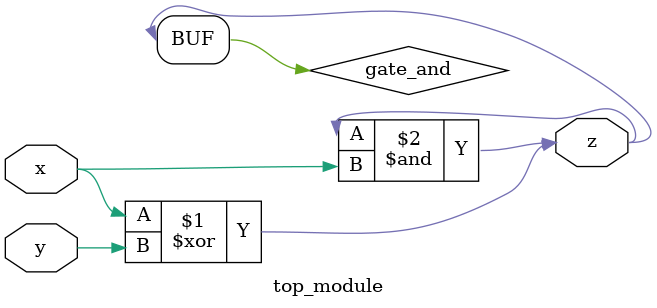
<source format=sv>
module top_module(
	input x,
	input y,
	output z);

	// wire declaration
	wire z;

	// XOR gate
	xor gate_xor(z, x, y);

	// AND gate
	and gate_and(z, z, x);

	// assign statement
	assign z = gate_and;

endmodule

</source>
